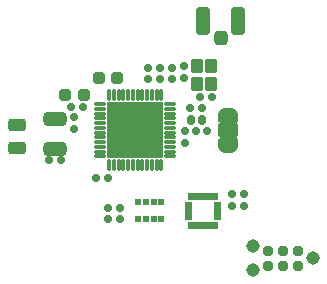
<source format=gbr>
%TF.GenerationSoftware,KiCad,Pcbnew,9.0.3-9.0.3-0~ubuntu24.04.1*%
%TF.CreationDate,2025-07-10T11:07:13-04:00*%
%TF.ProjectId,tire_sensor,74697265-5f73-4656-9e73-6f722e6b6963,rev?*%
%TF.SameCoordinates,Original*%
%TF.FileFunction,Soldermask,Top*%
%TF.FilePolarity,Negative*%
%FSLAX46Y46*%
G04 Gerber Fmt 4.6, Leading zero omitted, Abs format (unit mm)*
G04 Created by KiCad (PCBNEW 9.0.3-9.0.3-0~ubuntu24.04.1) date 2025-07-10 11:07:13*
%MOMM*%
%LPD*%
G01*
G04 APERTURE LIST*
G04 Aperture macros list*
%AMRoundRect*
0 Rectangle with rounded corners*
0 $1 Rounding radius*
0 $2 $3 $4 $5 $6 $7 $8 $9 X,Y pos of 4 corners*
0 Add a 4 corners polygon primitive as box body*
4,1,4,$2,$3,$4,$5,$6,$7,$8,$9,$2,$3,0*
0 Add four circle primitives for the rounded corners*
1,1,$1+$1,$2,$3*
1,1,$1+$1,$4,$5*
1,1,$1+$1,$6,$7*
1,1,$1+$1,$8,$9*
0 Add four rect primitives between the rounded corners*
20,1,$1+$1,$2,$3,$4,$5,0*
20,1,$1+$1,$4,$5,$6,$7,0*
20,1,$1+$1,$6,$7,$8,$9,0*
20,1,$1+$1,$8,$9,$2,$3,0*%
%AMFreePoly0*
4,1,43,0.598980,0.808373,0.625042,0.763232,0.626200,0.750000,0.626200,-0.750000,0.608373,-0.798980,0.563232,-0.825042,0.550000,-0.826200,0.000000,-0.826200,-0.011754,-0.821922,-0.065263,-0.821922,-0.084985,-0.819326,-0.211064,-0.785544,-0.229442,-0.777931,-0.342481,-0.712668,-0.358263,-0.700559,-0.450559,-0.608263,-0.462668,-0.592481,-0.527931,-0.479442,-0.535544,-0.461064,-0.569326,-0.334985,
-0.571922,-0.315263,-0.571922,-0.268636,-0.575042,-0.263232,-0.576200,-0.250000,-0.576200,0.250000,-0.571922,0.261753,-0.571922,0.315263,-0.569326,0.334985,-0.535544,0.461064,-0.527931,0.479442,-0.462668,0.592481,-0.450559,0.608263,-0.358263,0.700559,-0.342481,0.712668,-0.229442,0.777931,-0.211064,0.785544,-0.084985,0.819326,-0.065263,0.821922,-0.018636,0.821922,-0.013232,0.825042,
0.000000,0.826200,0.550000,0.826200,0.598980,0.808373,0.598980,0.808373,$1*%
%AMFreePoly1*
4,1,43,0.011754,0.821922,0.065263,0.821922,0.084985,0.819326,0.211064,0.785544,0.229442,0.777931,0.342481,0.712668,0.358263,0.700559,0.450559,0.608263,0.462668,0.592481,0.527931,0.479442,0.535544,0.461064,0.569326,0.334985,0.571922,0.315263,0.571922,0.268636,0.575042,0.263232,0.576200,0.250000,0.576200,-0.250000,0.571922,-0.261753,0.571922,-0.315263,0.569326,-0.334985,
0.535544,-0.461064,0.527931,-0.479442,0.462668,-0.592481,0.450559,-0.608263,0.358263,-0.700559,0.342481,-0.712668,0.229442,-0.777931,0.211064,-0.785544,0.084985,-0.819326,0.065263,-0.821922,0.018636,-0.821922,0.013232,-0.825042,0.000000,-0.826200,-0.550000,-0.826200,-0.598980,-0.808373,-0.625042,-0.763232,-0.626200,-0.750000,-0.626200,0.750000,-0.608373,0.798980,-0.563232,0.825042,
-0.550000,0.826200,0.000000,0.826200,0.011754,0.821922,0.011754,0.821922,$1*%
G04 Aperture macros list end*
%ADD10C,0.010000*%
%ADD11RoundRect,0.159000X-0.159000X-0.189000X0.159000X-0.189000X0.159000X0.189000X-0.159000X0.189000X0*%
%ADD12RoundRect,0.159000X0.189000X-0.159000X0.189000X0.159000X-0.189000X0.159000X-0.189000X-0.159000X0*%
%ADD13RoundRect,0.159000X0.159000X0.189000X-0.159000X0.189000X-0.159000X-0.189000X0.159000X-0.189000X0*%
%ADD14RoundRect,0.269000X0.494000X-0.269000X0.494000X0.269000X-0.494000X0.269000X-0.494000X-0.269000X0*%
%ADD15FreePoly0,90.000000*%
%ADD16RoundRect,0.076200X0.750000X-0.500000X0.750000X0.500000X-0.750000X0.500000X-0.750000X-0.500000X0*%
%ADD17FreePoly1,90.000000*%
%ADD18C,1.143000*%
%ADD19C,0.939800*%
%ADD20RoundRect,0.088100X-0.388100X-0.088100X0.388100X-0.088100X0.388100X0.088100X-0.388100X0.088100X0*%
%ADD21RoundRect,0.088100X-0.088100X-0.388100X0.088100X-0.388100X0.088100X0.388100X-0.088100X0.388100X0*%
%ADD22RoundRect,0.076200X-2.300000X-2.300000X2.300000X-2.300000X2.300000X2.300000X-2.300000X2.300000X0*%
%ADD23RoundRect,0.244000X0.244000X0.269000X-0.244000X0.269000X-0.244000X-0.269000X0.244000X-0.269000X0*%
%ADD24RoundRect,0.159000X-0.189000X0.159000X-0.189000X-0.159000X0.189000X-0.159000X0.189000X0.159000X0*%
%ADD25RoundRect,0.288100X-0.288100X0.313100X-0.288100X-0.313100X0.288100X-0.313100X0.288100X0.313100X0*%
%ADD26RoundRect,0.286286X-0.314914X0.889914X-0.314914X-0.889914X0.314914X-0.889914X0.314914X0.889914X0*%
%ADD27RoundRect,0.288100X0.688100X0.288100X-0.688100X0.288100X-0.688100X-0.288100X0.688100X-0.288100X0*%
%ADD28RoundRect,0.178100X0.178100X0.208100X-0.178100X0.208100X-0.178100X-0.208100X0.178100X-0.208100X0*%
%ADD29RoundRect,0.102000X-0.425000X-0.475000X0.425000X-0.475000X0.425000X0.475000X-0.425000X0.475000X0*%
%ADD30RoundRect,0.101600X-0.175000X-0.175000X0.175000X-0.175000X0.175000X0.175000X-0.175000X0.175000X0*%
G04 APERTURE END LIST*
%TO.C,JP1*%
G36*
X87672500Y61470000D02*
G01*
X89172500Y61470000D01*
X89172500Y62970000D01*
X87672500Y62970000D01*
X87672500Y61470000D01*
G37*
D10*
%TO.C,U3*%
X85280000Y55720000D02*
X84730000Y55720000D01*
X84730000Y56170000D01*
X85280000Y56170000D01*
X85280000Y55720000D01*
G36*
X85280000Y55720000D02*
G01*
X84730000Y55720000D01*
X84730000Y56170000D01*
X85280000Y56170000D01*
X85280000Y55720000D01*
G37*
X85280000Y55220000D02*
X84730000Y55220000D01*
X84730000Y55670000D01*
X85280000Y55670000D01*
X85280000Y55220000D01*
G36*
X85280000Y55220000D02*
G01*
X84730000Y55220000D01*
X84730000Y55670000D01*
X85280000Y55670000D01*
X85280000Y55220000D01*
G37*
X85280000Y54720000D02*
X84730000Y54720000D01*
X84730000Y55170000D01*
X85280000Y55170000D01*
X85280000Y54720000D01*
G36*
X85280000Y54720000D02*
G01*
X84730000Y54720000D01*
X84730000Y55170000D01*
X85280000Y55170000D01*
X85280000Y54720000D01*
G37*
X85455000Y56395000D02*
X85005000Y56395000D01*
X85005000Y56945000D01*
X85455000Y56945000D01*
X85455000Y56395000D01*
G36*
X85455000Y56395000D02*
G01*
X85005000Y56395000D01*
X85005000Y56945000D01*
X85455000Y56945000D01*
X85455000Y56395000D01*
G37*
X85455000Y53945000D02*
X85005000Y53945000D01*
X85005000Y54495000D01*
X85455000Y54495000D01*
X85455000Y53945000D01*
G36*
X85455000Y53945000D02*
G01*
X85005000Y53945000D01*
X85005000Y54495000D01*
X85455000Y54495000D01*
X85455000Y53945000D01*
G37*
X85955000Y56395000D02*
X85505000Y56395000D01*
X85505000Y56945000D01*
X85955000Y56945000D01*
X85955000Y56395000D01*
G36*
X85955000Y56395000D02*
G01*
X85505000Y56395000D01*
X85505000Y56945000D01*
X85955000Y56945000D01*
X85955000Y56395000D01*
G37*
X85955000Y53945000D02*
X85505000Y53945000D01*
X85505000Y54495000D01*
X85955000Y54495000D01*
X85955000Y53945000D01*
G36*
X85955000Y53945000D02*
G01*
X85505000Y53945000D01*
X85505000Y54495000D01*
X85955000Y54495000D01*
X85955000Y53945000D01*
G37*
X86455000Y56395000D02*
X86005000Y56395000D01*
X86005000Y56945000D01*
X86455000Y56945000D01*
X86455000Y56395000D01*
G36*
X86455000Y56395000D02*
G01*
X86005000Y56395000D01*
X86005000Y56945000D01*
X86455000Y56945000D01*
X86455000Y56395000D01*
G37*
X86455000Y53945000D02*
X86005000Y53945000D01*
X86005000Y54495000D01*
X86455000Y54495000D01*
X86455000Y53945000D01*
G36*
X86455000Y53945000D02*
G01*
X86005000Y53945000D01*
X86005000Y54495000D01*
X86455000Y54495000D01*
X86455000Y53945000D01*
G37*
X86955000Y56395000D02*
X86505000Y56395000D01*
X86505000Y56945000D01*
X86955000Y56945000D01*
X86955000Y56395000D01*
G36*
X86955000Y56395000D02*
G01*
X86505000Y56395000D01*
X86505000Y56945000D01*
X86955000Y56945000D01*
X86955000Y56395000D01*
G37*
X86955000Y53945000D02*
X86505000Y53945000D01*
X86505000Y54495000D01*
X86955000Y54495000D01*
X86955000Y53945000D01*
G36*
X86955000Y53945000D02*
G01*
X86505000Y53945000D01*
X86505000Y54495000D01*
X86955000Y54495000D01*
X86955000Y53945000D01*
G37*
X87730000Y55720000D02*
X87180000Y55720000D01*
X87180000Y56170000D01*
X87730000Y56170000D01*
X87730000Y55720000D01*
G36*
X87730000Y55720000D02*
G01*
X87180000Y55720000D01*
X87180000Y56170000D01*
X87730000Y56170000D01*
X87730000Y55720000D01*
G37*
X87730000Y55220000D02*
X87180000Y55220000D01*
X87180000Y55670000D01*
X87730000Y55670000D01*
X87730000Y55220000D01*
G36*
X87730000Y55220000D02*
G01*
X87180000Y55220000D01*
X87180000Y55670000D01*
X87730000Y55670000D01*
X87730000Y55220000D01*
G37*
X87730000Y54720000D02*
X87180000Y54720000D01*
X87180000Y55170000D01*
X87730000Y55170000D01*
X87730000Y54720000D01*
G36*
X87730000Y54720000D02*
G01*
X87180000Y54720000D01*
X87180000Y55170000D01*
X87730000Y55170000D01*
X87730000Y54720000D01*
G37*
X87455000Y56395000D02*
X87005000Y56395000D01*
X87005000Y56945000D01*
X87455000Y56945000D01*
X87455000Y56395000D01*
G36*
X87455000Y56395000D02*
G01*
X87005000Y56395000D01*
X87005000Y56945000D01*
X87455000Y56945000D01*
X87455000Y56395000D01*
G37*
X87455000Y53945000D02*
X87005000Y53945000D01*
X87005000Y54495000D01*
X87455000Y54495000D01*
X87455000Y53945000D01*
G36*
X87455000Y53945000D02*
G01*
X87005000Y53945000D01*
X87005000Y54495000D01*
X87455000Y54495000D01*
X87455000Y53945000D01*
G37*
%TD*%
D11*
%TO.C,C7*%
X85200000Y64120000D03*
X86200000Y64120000D03*
%TD*%
D12*
%TO.C,C13*%
X82630000Y66520000D03*
X82630000Y67520000D03*
%TD*%
%TO.C,C18*%
X79230000Y54670000D03*
X79230000Y55670000D03*
%TD*%
D13*
%TO.C,C5*%
X78230000Y58170000D03*
X77230000Y58170000D03*
%TD*%
D12*
%TO.C,C19*%
X78230000Y54670000D03*
X78230000Y55670000D03*
%TD*%
%TO.C,C2*%
X84630000Y66670000D03*
X84630000Y67670000D03*
%TD*%
D11*
%TO.C,C1*%
X86030000Y65020000D03*
X87030000Y65020000D03*
%TD*%
D14*
%TO.C,C15*%
X70500000Y60750000D03*
X70500000Y62650000D03*
%TD*%
D11*
%TO.C,L1*%
X85630000Y62120000D03*
X86630000Y62120000D03*
%TD*%
%TO.C,C12*%
X73230000Y59670000D03*
X74230000Y59670000D03*
%TD*%
D15*
%TO.C,JP1*%
X88422500Y60920000D03*
D16*
X88422500Y62220000D03*
D17*
X88422500Y63520000D03*
%TD*%
D12*
%TO.C,C11*%
X75380000Y62320000D03*
X75380000Y63320000D03*
%TD*%
D18*
%TO.C,J1*%
X95560000Y51365000D03*
X90480000Y50349000D03*
X90480000Y52381000D03*
D19*
X94290000Y52000000D03*
X94290000Y50730000D03*
X93020000Y52000000D03*
X93020000Y50730000D03*
X91750000Y52000000D03*
X91750000Y50730000D03*
%TD*%
D20*
%TO.C,U1*%
X77580000Y64420000D03*
X77580000Y64020000D03*
X77580000Y63620000D03*
X77580000Y63220000D03*
X77580000Y62820000D03*
X77580000Y62420000D03*
X77580000Y62020000D03*
X77580000Y61620000D03*
X77580000Y61220000D03*
X77580000Y60820000D03*
X77580000Y60420000D03*
X77580000Y60020000D03*
D21*
X78330000Y59270000D03*
X78730000Y59270000D03*
X79130000Y59270000D03*
X79530000Y59270000D03*
X79930000Y59270000D03*
X80330000Y59270000D03*
X80730000Y59270000D03*
X81130000Y59270000D03*
X81530000Y59270000D03*
X81930000Y59270000D03*
X82330000Y59270000D03*
X82730000Y59270000D03*
D20*
X83480000Y60020000D03*
X83480000Y60420000D03*
X83480000Y60820000D03*
X83480000Y61220000D03*
X83480000Y61620000D03*
X83480000Y62020000D03*
X83480000Y62420000D03*
X83480000Y62820000D03*
X83480000Y63220000D03*
X83480000Y63620000D03*
X83480000Y64020000D03*
X83480000Y64420000D03*
D21*
X82730000Y65170000D03*
X82330000Y65170000D03*
X81930000Y65170000D03*
X81530000Y65170000D03*
X81130000Y65170000D03*
X80730000Y65170000D03*
X80330000Y65170000D03*
X79930000Y65170000D03*
X79530000Y65170000D03*
X79130000Y65170000D03*
X78730000Y65170000D03*
X78330000Y65170000D03*
D22*
X80530000Y62220000D03*
%TD*%
D23*
%TO.C,C10*%
X79010000Y66670000D03*
X77450000Y66670000D03*
%TD*%
D24*
%TO.C,C3*%
X84730000Y62170000D03*
X84730000Y61170000D03*
%TD*%
D25*
%TO.C,J2*%
X87750000Y70000000D03*
D26*
X89250000Y71500000D03*
X86250000Y71500000D03*
%TD*%
D12*
%TO.C,C14*%
X81630000Y66520000D03*
X81630000Y67520000D03*
%TD*%
D27*
%TO.C,X2*%
X73730000Y60670000D03*
X73730000Y63170000D03*
%TD*%
D12*
%TO.C,C17*%
X89730000Y55820000D03*
X89730000Y56820000D03*
%TD*%
D28*
%TO.C,C6*%
X86180000Y63120000D03*
X85220000Y63120000D03*
%TD*%
D29*
%TO.C,X1*%
X85780000Y67620000D03*
X85780000Y66170000D03*
X86930000Y66170000D03*
X86930000Y67620000D03*
%TD*%
D12*
%TO.C,C8*%
X83630000Y66520000D03*
X83630000Y67520000D03*
%TD*%
D23*
%TO.C,C9*%
X76160000Y65170000D03*
X74600000Y65170000D03*
%TD*%
D30*
%TO.C,U2*%
X80780000Y56170000D03*
X81430000Y56170000D03*
X82080000Y56170000D03*
X82730000Y56170000D03*
X82730000Y54720000D03*
X82080000Y54720000D03*
X81430000Y54720000D03*
X80780000Y54720000D03*
%TD*%
D13*
%TO.C,C4*%
X76130000Y64170000D03*
X75130000Y64170000D03*
%TD*%
D12*
%TO.C,C16*%
X88730000Y55820000D03*
X88730000Y56820000D03*
%TD*%
M02*

</source>
